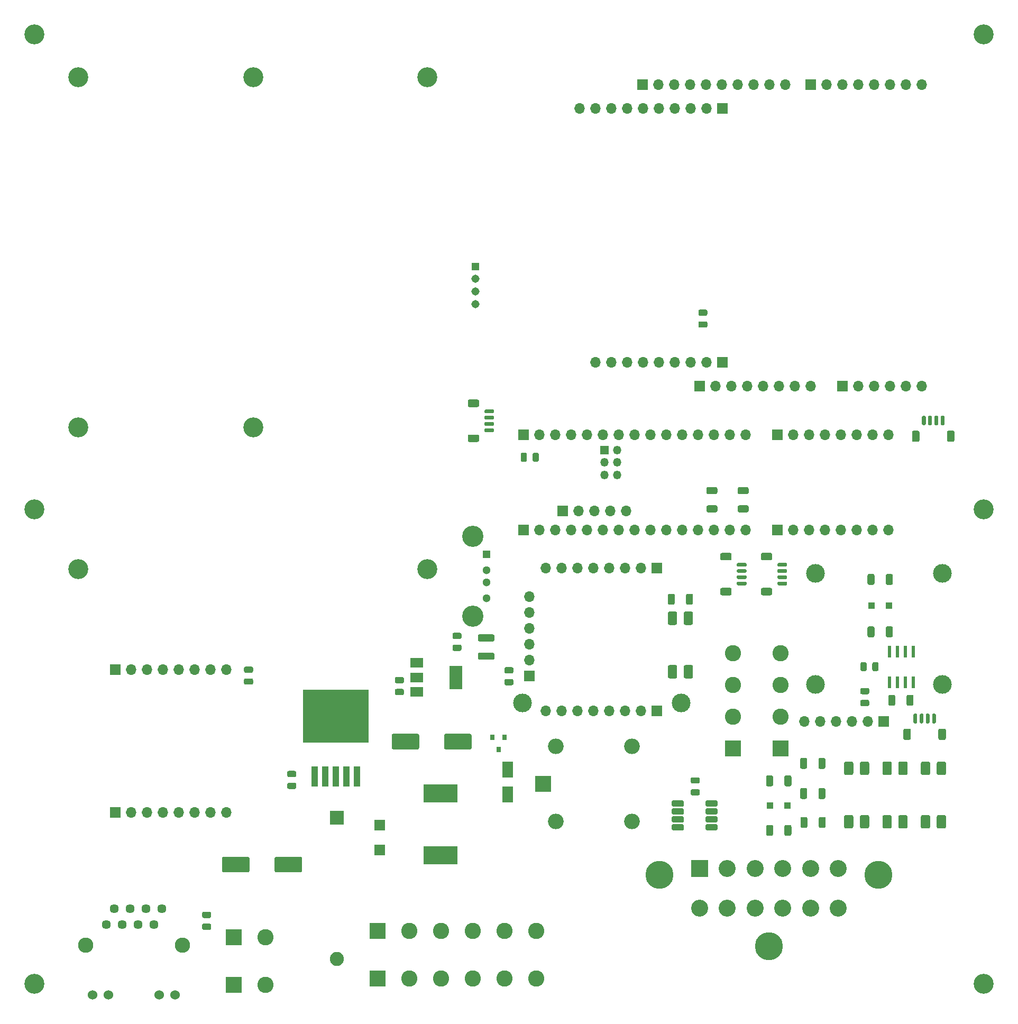
<source format=gbr>
%TF.GenerationSoftware,KiCad,Pcbnew,(5.1.12)-1*%
%TF.CreationDate,2022-02-22T16:25:41-06:00*%
%TF.ProjectId,AS13,41533133-2e6b-4696-9361-645f70636258,rev?*%
%TF.SameCoordinates,Original*%
%TF.FileFunction,Soldermask,Top*%
%TF.FilePolarity,Negative*%
%FSLAX46Y46*%
G04 Gerber Fmt 4.6, Leading zero omitted, Abs format (unit mm)*
G04 Created by KiCad (PCBNEW (5.1.12)-1) date 2022-02-22 16:25:41*
%MOMM*%
%LPD*%
G01*
G04 APERTURE LIST*
%ADD10O,2.500000X2.500000*%
%ADD11R,2.500000X2.500000*%
%ADD12C,2.600000*%
%ADD13R,2.600000X2.600000*%
%ADD14C,4.485000*%
%ADD15C,2.715000*%
%ADD16R,2.715000X2.715000*%
%ADD17R,2.250000X2.250000*%
%ADD18C,2.250000*%
%ADD19C,2.445000*%
%ADD20C,1.530000*%
%ADD21C,1.446000*%
%ADD22C,2.999999*%
%ADD23C,3.200000*%
%ADD24C,3.000000*%
%ADD25O,1.700000X1.700000*%
%ADD26R,1.700000X1.700000*%
%ADD27C,3.400000*%
%ADD28C,1.300000*%
%ADD29R,1.300000X1.300000*%
%ADD30R,1.100000X1.100000*%
%ADD31R,1.800000X1.800000*%
%ADD32R,0.530000X1.980000*%
%ADD33R,1.800000X2.500000*%
%ADD34R,2.000000X1.500000*%
%ADD35R,2.000000X3.800000*%
%ADD36R,10.530000X8.460000*%
%ADD37R,1.050000X3.210000*%
%ADD38R,5.400000X2.900000*%
%ADD39C,1.308000*%
%ADD40R,1.308000X1.308000*%
%ADD41R,0.800000X0.900000*%
%ADD42O,1.350000X1.350000*%
%ADD43R,1.350000X1.350000*%
G04 APERTURE END LIST*
D10*
%TO.C,K1*%
X107000800Y-137501200D03*
X119200800Y-137501200D03*
X119200800Y-149501200D03*
X107000800Y-149501200D03*
D11*
X105000800Y-143501200D03*
%TD*%
D12*
%TO.C,KF3*%
X135330000Y-122530000D03*
X142950000Y-122530000D03*
X135330000Y-127610000D03*
X142950000Y-127610000D03*
X135330000Y-132690000D03*
X142950000Y-132690000D03*
D13*
X135330000Y-137770000D03*
X142950000Y-137770000D03*
%TD*%
D14*
%TO.C,J6*%
X158655000Y-158020000D03*
X141115000Y-169450000D03*
X123575000Y-158020000D03*
D15*
X130000000Y-163350000D03*
X134445000Y-163350000D03*
X138890000Y-163350000D03*
X143340000Y-163350000D03*
X147785000Y-163350000D03*
X152230000Y-163350000D03*
X152230000Y-157000000D03*
X147785000Y-157000000D03*
X143340000Y-157000000D03*
X138890000Y-157000000D03*
X134445000Y-157000000D03*
D16*
X130000000Y-157000000D03*
%TD*%
%TO.C,R8*%
G36*
G01*
X143600000Y-151550001D02*
X143600000Y-150299999D01*
G75*
G02*
X143849999Y-150050000I249999J0D01*
G01*
X144475001Y-150050000D01*
G75*
G02*
X144725000Y-150299999I0J-249999D01*
G01*
X144725000Y-151550001D01*
G75*
G02*
X144475001Y-151800000I-249999J0D01*
G01*
X143849999Y-151800000D01*
G75*
G02*
X143600000Y-151550001I0J249999D01*
G01*
G37*
G36*
G01*
X140675000Y-151550001D02*
X140675000Y-150299999D01*
G75*
G02*
X140924999Y-150050000I249999J0D01*
G01*
X141550001Y-150050000D01*
G75*
G02*
X141800000Y-150299999I0J-249999D01*
G01*
X141800000Y-151550001D01*
G75*
G02*
X141550001Y-151800000I-249999J0D01*
G01*
X140924999Y-151800000D01*
G75*
G02*
X140675000Y-151550001I0J249999D01*
G01*
G37*
%TD*%
%TO.C,R6*%
G36*
G01*
X159832500Y-119769401D02*
X159832500Y-118519399D01*
G75*
G02*
X160082499Y-118269400I249999J0D01*
G01*
X160707501Y-118269400D01*
G75*
G02*
X160957500Y-118519399I0J-249999D01*
G01*
X160957500Y-119769401D01*
G75*
G02*
X160707501Y-120019400I-249999J0D01*
G01*
X160082499Y-120019400D01*
G75*
G02*
X159832500Y-119769401I0J249999D01*
G01*
G37*
G36*
G01*
X156907500Y-119769401D02*
X156907500Y-118519399D01*
G75*
G02*
X157157499Y-118269400I249999J0D01*
G01*
X157782501Y-118269400D01*
G75*
G02*
X158032500Y-118519399I0J-249999D01*
G01*
X158032500Y-119769401D01*
G75*
G02*
X157782501Y-120019400I-249999J0D01*
G01*
X157157499Y-120019400D01*
G75*
G02*
X156907500Y-119769401I0J249999D01*
G01*
G37*
%TD*%
%TO.C,R3*%
G36*
G01*
X149041600Y-140823401D02*
X149041600Y-139573399D01*
G75*
G02*
X149291599Y-139323400I249999J0D01*
G01*
X149916601Y-139323400D01*
G75*
G02*
X150166600Y-139573399I0J-249999D01*
G01*
X150166600Y-140823401D01*
G75*
G02*
X149916601Y-141073400I-249999J0D01*
G01*
X149291599Y-141073400D01*
G75*
G02*
X149041600Y-140823401I0J249999D01*
G01*
G37*
G36*
G01*
X146116600Y-140823401D02*
X146116600Y-139573399D01*
G75*
G02*
X146366599Y-139323400I249999J0D01*
G01*
X146991601Y-139323400D01*
G75*
G02*
X147241600Y-139573399I0J-249999D01*
G01*
X147241600Y-140823401D01*
G75*
G02*
X146991601Y-141073400I-249999J0D01*
G01*
X146366599Y-141073400D01*
G75*
G02*
X146116600Y-140823401I0J249999D01*
G01*
G37*
%TD*%
%TO.C,R2*%
G36*
G01*
X149041600Y-145649401D02*
X149041600Y-144399399D01*
G75*
G02*
X149291599Y-144149400I249999J0D01*
G01*
X149916601Y-144149400D01*
G75*
G02*
X150166600Y-144399399I0J-249999D01*
G01*
X150166600Y-145649401D01*
G75*
G02*
X149916601Y-145899400I-249999J0D01*
G01*
X149291599Y-145899400D01*
G75*
G02*
X149041600Y-145649401I0J249999D01*
G01*
G37*
G36*
G01*
X146116600Y-145649401D02*
X146116600Y-144399399D01*
G75*
G02*
X146366599Y-144149400I249999J0D01*
G01*
X146991601Y-144149400D01*
G75*
G02*
X147241600Y-144399399I0J-249999D01*
G01*
X147241600Y-145649401D01*
G75*
G02*
X146991601Y-145899400I-249999J0D01*
G01*
X146366599Y-145899400D01*
G75*
G02*
X146116600Y-145649401I0J249999D01*
G01*
G37*
%TD*%
%TO.C,R1*%
G36*
G01*
X149092400Y-150272201D02*
X149092400Y-149022199D01*
G75*
G02*
X149342399Y-148772200I249999J0D01*
G01*
X149967401Y-148772200D01*
G75*
G02*
X150217400Y-149022199I0J-249999D01*
G01*
X150217400Y-150272201D01*
G75*
G02*
X149967401Y-150522200I-249999J0D01*
G01*
X149342399Y-150522200D01*
G75*
G02*
X149092400Y-150272201I0J249999D01*
G01*
G37*
G36*
G01*
X146167400Y-150272201D02*
X146167400Y-149022199D01*
G75*
G02*
X146417399Y-148772200I249999J0D01*
G01*
X147042401Y-148772200D01*
G75*
G02*
X147292400Y-149022199I0J-249999D01*
G01*
X147292400Y-150272201D01*
G75*
G02*
X147042401Y-150522200I-249999J0D01*
G01*
X146417399Y-150522200D01*
G75*
G02*
X146167400Y-150272201I0J249999D01*
G01*
G37*
%TD*%
D17*
%TO.C,D4*%
X71925000Y-148875000D03*
D18*
X71925000Y-171475000D03*
%TD*%
%TO.C,R11*%
G36*
G01*
X131374998Y-98900000D02*
X132625002Y-98900000D01*
G75*
G02*
X132875000Y-99149998I0J-249998D01*
G01*
X132875000Y-99775002D01*
G75*
G02*
X132625002Y-100025000I-249998J0D01*
G01*
X131374998Y-100025000D01*
G75*
G02*
X131125000Y-99775002I0J249998D01*
G01*
X131125000Y-99149998D01*
G75*
G02*
X131374998Y-98900000I249998J0D01*
G01*
G37*
G36*
G01*
X131374998Y-95975000D02*
X132625002Y-95975000D01*
G75*
G02*
X132875000Y-96224998I0J-249998D01*
G01*
X132875000Y-96850002D01*
G75*
G02*
X132625002Y-97100000I-249998J0D01*
G01*
X131374998Y-97100000D01*
G75*
G02*
X131125000Y-96850002I0J249998D01*
G01*
X131125000Y-96224998D01*
G75*
G02*
X131374998Y-95975000I249998J0D01*
G01*
G37*
%TD*%
%TO.C,R10*%
G36*
G01*
X136374998Y-98900000D02*
X137625002Y-98900000D01*
G75*
G02*
X137875000Y-99149998I0J-249998D01*
G01*
X137875000Y-99775002D01*
G75*
G02*
X137625002Y-100025000I-249998J0D01*
G01*
X136374998Y-100025000D01*
G75*
G02*
X136125000Y-99775002I0J249998D01*
G01*
X136125000Y-99149998D01*
G75*
G02*
X136374998Y-98900000I249998J0D01*
G01*
G37*
G36*
G01*
X136374998Y-95975000D02*
X137625002Y-95975000D01*
G75*
G02*
X137875000Y-96224998I0J-249998D01*
G01*
X137875000Y-96850002D01*
G75*
G02*
X137625002Y-97100000I-249998J0D01*
G01*
X136374998Y-97100000D01*
G75*
G02*
X136125000Y-96850002I0J249998D01*
G01*
X136125000Y-96224998D01*
G75*
G02*
X136374998Y-95975000I249998J0D01*
G01*
G37*
%TD*%
%TO.C,R9*%
G36*
G01*
X141800000Y-142374998D02*
X141800000Y-143625002D01*
G75*
G02*
X141550002Y-143875000I-249998J0D01*
G01*
X140924998Y-143875000D01*
G75*
G02*
X140675000Y-143625002I0J249998D01*
G01*
X140675000Y-142374998D01*
G75*
G02*
X140924998Y-142125000I249998J0D01*
G01*
X141550002Y-142125000D01*
G75*
G02*
X141800000Y-142374998I0J-249998D01*
G01*
G37*
G36*
G01*
X144725000Y-142374998D02*
X144725000Y-143625002D01*
G75*
G02*
X144475002Y-143875000I-249998J0D01*
G01*
X143849998Y-143875000D01*
G75*
G02*
X143600000Y-143625002I0J249998D01*
G01*
X143600000Y-142374998D01*
G75*
G02*
X143849998Y-142125000I249998J0D01*
G01*
X144475002Y-142125000D01*
G75*
G02*
X144725000Y-142374998I0J-249998D01*
G01*
G37*
%TD*%
%TO.C,R7*%
G36*
G01*
X159832500Y-111375002D02*
X159832500Y-110124998D01*
G75*
G02*
X160082498Y-109875000I249998J0D01*
G01*
X160707502Y-109875000D01*
G75*
G02*
X160957500Y-110124998I0J-249998D01*
G01*
X160957500Y-111375002D01*
G75*
G02*
X160707502Y-111625000I-249998J0D01*
G01*
X160082498Y-111625000D01*
G75*
G02*
X159832500Y-111375002I0J249998D01*
G01*
G37*
G36*
G01*
X156907500Y-111375002D02*
X156907500Y-110124998D01*
G75*
G02*
X157157498Y-109875000I249998J0D01*
G01*
X157782502Y-109875000D01*
G75*
G02*
X158032500Y-110124998I0J-249998D01*
G01*
X158032500Y-111375002D01*
G75*
G02*
X157782502Y-111625000I-249998J0D01*
G01*
X157157498Y-111625000D01*
G75*
G02*
X156907500Y-111375002I0J249998D01*
G01*
G37*
%TD*%
%TO.C,C2*%
G36*
G01*
X50625000Y-165850000D02*
X51575000Y-165850000D01*
G75*
G02*
X51825000Y-166100000I0J-250000D01*
G01*
X51825000Y-166600000D01*
G75*
G02*
X51575000Y-166850000I-250000J0D01*
G01*
X50625000Y-166850000D01*
G75*
G02*
X50375000Y-166600000I0J250000D01*
G01*
X50375000Y-166100000D01*
G75*
G02*
X50625000Y-165850000I250000J0D01*
G01*
G37*
G36*
G01*
X50625000Y-163950000D02*
X51575000Y-163950000D01*
G75*
G02*
X51825000Y-164200000I0J-250000D01*
G01*
X51825000Y-164700000D01*
G75*
G02*
X51575000Y-164950000I-250000J0D01*
G01*
X50625000Y-164950000D01*
G75*
G02*
X50375000Y-164700000I0J250000D01*
G01*
X50375000Y-164200000D01*
G75*
G02*
X50625000Y-163950000I250000J0D01*
G01*
G37*
%TD*%
D19*
%TO.C,J4*%
X47190000Y-169300000D03*
X31700000Y-169300000D03*
D20*
X46070000Y-177250000D03*
X43530000Y-177250000D03*
X35360000Y-177250000D03*
X32820000Y-177250000D03*
D21*
X43890000Y-163460000D03*
X42620000Y-166000000D03*
X41350000Y-163460000D03*
X40080000Y-166000000D03*
X38810000Y-163460000D03*
X37540000Y-166000000D03*
X36270000Y-163460000D03*
X35000000Y-166000000D03*
%TD*%
%TO.C,J2*%
G36*
G01*
X163852500Y-134892899D02*
X163852500Y-136192901D01*
G75*
G02*
X163602501Y-136442900I-249999J0D01*
G01*
X162902499Y-136442900D01*
G75*
G02*
X162652500Y-136192901I0J249999D01*
G01*
X162652500Y-134892899D01*
G75*
G02*
X162902499Y-134642900I249999J0D01*
G01*
X163602501Y-134642900D01*
G75*
G02*
X163852500Y-134892899I0J-249999D01*
G01*
G37*
G36*
G01*
X169452500Y-134892899D02*
X169452500Y-136192901D01*
G75*
G02*
X169202501Y-136442900I-249999J0D01*
G01*
X168502499Y-136442900D01*
G75*
G02*
X168252500Y-136192901I0J249999D01*
G01*
X168252500Y-134892899D01*
G75*
G02*
X168502499Y-134642900I249999J0D01*
G01*
X169202501Y-134642900D01*
G75*
G02*
X169452500Y-134892899I0J-249999D01*
G01*
G37*
G36*
G01*
X164852500Y-132392900D02*
X164852500Y-133642900D01*
G75*
G02*
X164702500Y-133792900I-150000J0D01*
G01*
X164402500Y-133792900D01*
G75*
G02*
X164252500Y-133642900I0J150000D01*
G01*
X164252500Y-132392900D01*
G75*
G02*
X164402500Y-132242900I150000J0D01*
G01*
X164702500Y-132242900D01*
G75*
G02*
X164852500Y-132392900I0J-150000D01*
G01*
G37*
G36*
G01*
X165852500Y-132392900D02*
X165852500Y-133642900D01*
G75*
G02*
X165702500Y-133792900I-150000J0D01*
G01*
X165402500Y-133792900D01*
G75*
G02*
X165252500Y-133642900I0J150000D01*
G01*
X165252500Y-132392900D01*
G75*
G02*
X165402500Y-132242900I150000J0D01*
G01*
X165702500Y-132242900D01*
G75*
G02*
X165852500Y-132392900I0J-150000D01*
G01*
G37*
G36*
G01*
X166852500Y-132392900D02*
X166852500Y-133642900D01*
G75*
G02*
X166702500Y-133792900I-150000J0D01*
G01*
X166402500Y-133792900D01*
G75*
G02*
X166252500Y-133642900I0J150000D01*
G01*
X166252500Y-132392900D01*
G75*
G02*
X166402500Y-132242900I150000J0D01*
G01*
X166702500Y-132242900D01*
G75*
G02*
X166852500Y-132392900I0J-150000D01*
G01*
G37*
G36*
G01*
X167852500Y-132392900D02*
X167852500Y-133642900D01*
G75*
G02*
X167702500Y-133792900I-150000J0D01*
G01*
X167402500Y-133792900D01*
G75*
G02*
X167252500Y-133642900I0J150000D01*
G01*
X167252500Y-132392900D01*
G75*
G02*
X167402500Y-132242900I150000J0D01*
G01*
X167702500Y-132242900D01*
G75*
G02*
X167852500Y-132392900I0J-150000D01*
G01*
G37*
%TD*%
D22*
%TO.C,REF\u002A\u002A*%
X168859200Y-109819200D03*
X168859200Y-127599200D03*
X148539200Y-127599200D03*
X148539200Y-109819200D03*
%TD*%
D23*
%TO.C,  *%
X175500000Y-99500000D03*
%TD*%
%TO.C,  *%
X23500000Y-99500000D03*
%TD*%
%TO.C,  *%
X23500000Y-23500000D03*
%TD*%
%TO.C,  *%
X175500000Y-23500000D03*
%TD*%
%TO.C,  *%
X175500000Y-175500000D03*
%TD*%
%TO.C,  *%
X23500000Y-175500000D03*
%TD*%
%TO.C,REF\u002A\u002A*%
X58560000Y-30380000D03*
X58560000Y-86380000D03*
X30560000Y-86380000D03*
X30560000Y-30380000D03*
X86440000Y-30380000D03*
X86440000Y-109120000D03*
X30560000Y-109120000D03*
%TD*%
D24*
%TO.C,REF\u002A\u002A*%
X101660000Y-130560000D03*
X127060000Y-130560000D03*
%TD*%
D25*
%TO.C,J5*%
X146761200Y-133517400D03*
X149301200Y-133517400D03*
X151841200Y-133517400D03*
X154381200Y-133517400D03*
X156921200Y-133517400D03*
D26*
X159461200Y-133517400D03*
%TD*%
%TO.C,C5*%
G36*
G01*
X156939000Y-129130400D02*
X155989000Y-129130400D01*
G75*
G02*
X155739000Y-128880400I0J250000D01*
G01*
X155739000Y-128380400D01*
G75*
G02*
X155989000Y-128130400I250000J0D01*
G01*
X156939000Y-128130400D01*
G75*
G02*
X157189000Y-128380400I0J-250000D01*
G01*
X157189000Y-128880400D01*
G75*
G02*
X156939000Y-129130400I-250000J0D01*
G01*
G37*
G36*
G01*
X156939000Y-131030400D02*
X155989000Y-131030400D01*
G75*
G02*
X155739000Y-130780400I0J250000D01*
G01*
X155739000Y-130280400D01*
G75*
G02*
X155989000Y-130030400I250000J0D01*
G01*
X156939000Y-130030400D01*
G75*
G02*
X157189000Y-130280400I0J-250000D01*
G01*
X157189000Y-130780400D01*
G75*
G02*
X156939000Y-131030400I-250000J0D01*
G01*
G37*
%TD*%
D27*
%TO.C,J1*%
X93735800Y-116670800D03*
X93735800Y-103820800D03*
D28*
X95935800Y-113745800D03*
X95935800Y-111245800D03*
X95935800Y-109245800D03*
D29*
X95935800Y-106745800D03*
%TD*%
D25*
%TO.C,J12*%
X102750000Y-113550000D03*
X102750000Y-116090000D03*
X102750000Y-118630000D03*
X102750000Y-121170000D03*
X102750000Y-123710000D03*
D26*
X102750000Y-126250000D03*
%TD*%
D12*
%TO.C,KF1*%
X60482200Y-168034600D03*
X60482200Y-175654600D03*
D13*
X55402200Y-168034600D03*
X55402200Y-175654600D03*
%TD*%
D25*
%TO.C,J18*%
X160248600Y-87594200D03*
X157708600Y-87594200D03*
X155168600Y-87594200D03*
X152628600Y-87594200D03*
X150088600Y-87594200D03*
X147548600Y-87594200D03*
X145008600Y-87594200D03*
D26*
X142468600Y-87594200D03*
%TD*%
D25*
%TO.C,J3*%
X118287800Y-99783400D03*
X115747800Y-99783400D03*
X113207800Y-99783400D03*
X110667800Y-99783400D03*
D26*
X108127800Y-99783400D03*
%TD*%
D30*
%TO.C,D2*%
X144117500Y-146962500D03*
X141317500Y-146962500D03*
%TD*%
%TO.C,D1*%
X160350000Y-114947200D03*
X157550000Y-114947200D03*
%TD*%
D31*
%TO.C,D3*%
X78779000Y-150055200D03*
X78779000Y-154055200D03*
%TD*%
D32*
%TO.C,U1*%
X164235160Y-127227420D03*
X162965160Y-127227420D03*
X161695160Y-127227420D03*
X160425160Y-127227420D03*
X160425160Y-122297420D03*
X161695160Y-122297420D03*
X162965160Y-122297420D03*
X164235160Y-122297420D03*
%TD*%
%TO.C,C6*%
G36*
G01*
X82440800Y-127377800D02*
X81490800Y-127377800D01*
G75*
G02*
X81240800Y-127127800I0J250000D01*
G01*
X81240800Y-126627800D01*
G75*
G02*
X81490800Y-126377800I250000J0D01*
G01*
X82440800Y-126377800D01*
G75*
G02*
X82690800Y-126627800I0J-250000D01*
G01*
X82690800Y-127127800D01*
G75*
G02*
X82440800Y-127377800I-250000J0D01*
G01*
G37*
G36*
G01*
X82440800Y-129277800D02*
X81490800Y-129277800D01*
G75*
G02*
X81240800Y-129027800I0J250000D01*
G01*
X81240800Y-128527800D01*
G75*
G02*
X81490800Y-128277800I250000J0D01*
G01*
X82440800Y-128277800D01*
G75*
G02*
X82690800Y-128527800I0J-250000D01*
G01*
X82690800Y-129027800D01*
G75*
G02*
X82440800Y-129277800I-250000J0D01*
G01*
G37*
%TD*%
D33*
%TO.C,D5*%
X99260660Y-141184640D03*
X99260660Y-145184640D03*
%TD*%
D34*
%TO.C,IC1*%
X84708600Y-124130800D03*
X84708600Y-128730800D03*
X84708600Y-126430800D03*
D35*
X91008600Y-126430800D03*
%TD*%
D36*
%TO.C,IC2*%
X71800000Y-132625000D03*
D37*
X75200000Y-142255000D03*
X73500000Y-142255000D03*
X71800000Y-142255000D03*
X70100000Y-142255000D03*
X68400000Y-142255000D03*
%TD*%
%TO.C,C8*%
G36*
G01*
X65200000Y-142400000D02*
X64250000Y-142400000D01*
G75*
G02*
X64000000Y-142150000I0J250000D01*
G01*
X64000000Y-141650000D01*
G75*
G02*
X64250000Y-141400000I250000J0D01*
G01*
X65200000Y-141400000D01*
G75*
G02*
X65450000Y-141650000I0J-250000D01*
G01*
X65450000Y-142150000D01*
G75*
G02*
X65200000Y-142400000I-250000J0D01*
G01*
G37*
G36*
G01*
X65200000Y-144300000D02*
X64250000Y-144300000D01*
G75*
G02*
X64000000Y-144050000I0J250000D01*
G01*
X64000000Y-143550000D01*
G75*
G02*
X64250000Y-143300000I250000J0D01*
G01*
X65200000Y-143300000D01*
G75*
G02*
X65450000Y-143550000I0J-250000D01*
G01*
X65450000Y-144050000D01*
G75*
G02*
X65200000Y-144300000I-250000J0D01*
G01*
G37*
%TD*%
D38*
%TO.C,L1*%
X88544400Y-145026600D03*
X88544400Y-154926600D03*
%TD*%
%TO.C,C11*%
G36*
G01*
X85122000Y-135717800D02*
X85122000Y-137717800D01*
G75*
G02*
X84872000Y-137967800I-250000J0D01*
G01*
X80972000Y-137967800D01*
G75*
G02*
X80722000Y-137717800I0J250000D01*
G01*
X80722000Y-135717800D01*
G75*
G02*
X80972000Y-135467800I250000J0D01*
G01*
X84872000Y-135467800D01*
G75*
G02*
X85122000Y-135717800I0J-250000D01*
G01*
G37*
G36*
G01*
X93522000Y-135717800D02*
X93522000Y-137717800D01*
G75*
G02*
X93272000Y-137967800I-250000J0D01*
G01*
X89372000Y-137967800D01*
G75*
G02*
X89122000Y-137717800I0J250000D01*
G01*
X89122000Y-135717800D01*
G75*
G02*
X89372000Y-135467800I250000J0D01*
G01*
X93272000Y-135467800D01*
G75*
G02*
X93522000Y-135717800I0J-250000D01*
G01*
G37*
%TD*%
%TO.C,C9*%
G36*
G01*
X57969400Y-155402800D02*
X57969400Y-157402800D01*
G75*
G02*
X57719400Y-157652800I-250000J0D01*
G01*
X53819400Y-157652800D01*
G75*
G02*
X53569400Y-157402800I0J250000D01*
G01*
X53569400Y-155402800D01*
G75*
G02*
X53819400Y-155152800I250000J0D01*
G01*
X57719400Y-155152800D01*
G75*
G02*
X57969400Y-155402800I0J-250000D01*
G01*
G37*
G36*
G01*
X66369400Y-155402800D02*
X66369400Y-157402800D01*
G75*
G02*
X66119400Y-157652800I-250000J0D01*
G01*
X62219400Y-157652800D01*
G75*
G02*
X61969400Y-157402800I0J250000D01*
G01*
X61969400Y-155402800D01*
G75*
G02*
X62219400Y-155152800I250000J0D01*
G01*
X66119400Y-155152800D01*
G75*
G02*
X66369400Y-155402800I0J-250000D01*
G01*
G37*
%TD*%
%TO.C,R4*%
G36*
G01*
X127850000Y-114550002D02*
X127850000Y-113299998D01*
G75*
G02*
X128099998Y-113050000I249998J0D01*
G01*
X128725002Y-113050000D01*
G75*
G02*
X128975000Y-113299998I0J-249998D01*
G01*
X128975000Y-114550002D01*
G75*
G02*
X128725002Y-114800000I-249998J0D01*
G01*
X128099998Y-114800000D01*
G75*
G02*
X127850000Y-114550002I0J249998D01*
G01*
G37*
G36*
G01*
X124925000Y-114550002D02*
X124925000Y-113299998D01*
G75*
G02*
X125174998Y-113050000I249998J0D01*
G01*
X125800002Y-113050000D01*
G75*
G02*
X126050000Y-113299998I0J-249998D01*
G01*
X126050000Y-114550002D01*
G75*
G02*
X125800002Y-114800000I-249998J0D01*
G01*
X125174998Y-114800000D01*
G75*
G02*
X124925000Y-114550002I0J249998D01*
G01*
G37*
%TD*%
%TO.C,R5*%
G36*
G01*
X161355200Y-129473558D02*
X161355200Y-130723562D01*
G75*
G02*
X161105202Y-130973560I-249998J0D01*
G01*
X160480198Y-130973560D01*
G75*
G02*
X160230200Y-130723562I0J249998D01*
G01*
X160230200Y-129473558D01*
G75*
G02*
X160480198Y-129223560I249998J0D01*
G01*
X161105202Y-129223560D01*
G75*
G02*
X161355200Y-129473558I0J-249998D01*
G01*
G37*
G36*
G01*
X164280200Y-129473558D02*
X164280200Y-130723562D01*
G75*
G02*
X164030202Y-130973560I-249998J0D01*
G01*
X163405198Y-130973560D01*
G75*
G02*
X163155200Y-130723562I0J249998D01*
G01*
X163155200Y-129473558D01*
G75*
G02*
X163405198Y-129223560I249998J0D01*
G01*
X164030202Y-129223560D01*
G75*
G02*
X164280200Y-129473558I0J-249998D01*
G01*
G37*
%TD*%
%TO.C,U5*%
G36*
G01*
X127746400Y-124455000D02*
X128693600Y-124455000D01*
G75*
G02*
X128960000Y-124721400I0J-266400D01*
G01*
X128960000Y-126338600D01*
G75*
G02*
X128693600Y-126605000I-266400J0D01*
G01*
X127746400Y-126605000D01*
G75*
G02*
X127480000Y-126338600I0J266400D01*
G01*
X127480000Y-124721400D01*
G75*
G02*
X127746400Y-124455000I266400J0D01*
G01*
G37*
G36*
G01*
X125206400Y-124455000D02*
X126153600Y-124455000D01*
G75*
G02*
X126420000Y-124721400I0J-266400D01*
G01*
X126420000Y-126338600D01*
G75*
G02*
X126153600Y-126605000I-266400J0D01*
G01*
X125206400Y-126605000D01*
G75*
G02*
X124940000Y-126338600I0J266400D01*
G01*
X124940000Y-124721400D01*
G75*
G02*
X125206400Y-124455000I266400J0D01*
G01*
G37*
G36*
G01*
X125206400Y-115895000D02*
X126153600Y-115895000D01*
G75*
G02*
X126420000Y-116161400I0J-266400D01*
G01*
X126420000Y-117778600D01*
G75*
G02*
X126153600Y-118045000I-266400J0D01*
G01*
X125206400Y-118045000D01*
G75*
G02*
X124940000Y-117778600I0J266400D01*
G01*
X124940000Y-116161400D01*
G75*
G02*
X125206400Y-115895000I266400J0D01*
G01*
G37*
G36*
G01*
X127746400Y-115895000D02*
X128693600Y-115895000D01*
G75*
G02*
X128960000Y-116161400I0J-266400D01*
G01*
X128960000Y-117778600D01*
G75*
G02*
X128693600Y-118045000I-266400J0D01*
G01*
X127746400Y-118045000D01*
G75*
G02*
X127480000Y-117778600I0J266400D01*
G01*
X127480000Y-116161400D01*
G75*
G02*
X127746400Y-115895000I266400J0D01*
G01*
G37*
%TD*%
%TO.C,R12*%
G36*
G01*
X96934603Y-120679400D02*
X94784597Y-120679400D01*
G75*
G02*
X94534600Y-120429403I0J249997D01*
G01*
X94534600Y-119804397D01*
G75*
G02*
X94784597Y-119554400I249997J0D01*
G01*
X96934603Y-119554400D01*
G75*
G02*
X97184600Y-119804397I0J-249997D01*
G01*
X97184600Y-120429403D01*
G75*
G02*
X96934603Y-120679400I-249997J0D01*
G01*
G37*
G36*
G01*
X96934603Y-123604400D02*
X94784597Y-123604400D01*
G75*
G02*
X94534600Y-123354403I0J249997D01*
G01*
X94534600Y-122729397D01*
G75*
G02*
X94784597Y-122479400I249997J0D01*
G01*
X96934603Y-122479400D01*
G75*
G02*
X97184600Y-122729397I0J-249997D01*
G01*
X97184600Y-123354403D01*
G75*
G02*
X96934603Y-123604400I-249997J0D01*
G01*
G37*
%TD*%
%TO.C,C4*%
G36*
G01*
X129800000Y-143425000D02*
X128850000Y-143425000D01*
G75*
G02*
X128600000Y-143175000I0J250000D01*
G01*
X128600000Y-142675000D01*
G75*
G02*
X128850000Y-142425000I250000J0D01*
G01*
X129800000Y-142425000D01*
G75*
G02*
X130050000Y-142675000I0J-250000D01*
G01*
X130050000Y-143175000D01*
G75*
G02*
X129800000Y-143425000I-250000J0D01*
G01*
G37*
G36*
G01*
X129800000Y-145325000D02*
X128850000Y-145325000D01*
G75*
G02*
X128600000Y-145075000I0J250000D01*
G01*
X128600000Y-144575000D01*
G75*
G02*
X128850000Y-144325000I250000J0D01*
G01*
X129800000Y-144325000D01*
G75*
G02*
X130050000Y-144575000I0J-250000D01*
G01*
X130050000Y-145075000D01*
G75*
G02*
X129800000Y-145325000I-250000J0D01*
G01*
G37*
%TD*%
D25*
%TO.C,J9*%
X54295000Y-125179400D03*
X51755000Y-125179400D03*
X49215000Y-125179400D03*
X46675000Y-125179400D03*
X44135000Y-125179400D03*
X41595000Y-125179400D03*
X39055000Y-125179400D03*
D26*
X36515000Y-125179400D03*
%TD*%
D25*
%TO.C,J7*%
X54295000Y-148039400D03*
X51755000Y-148039400D03*
X49215000Y-148039400D03*
X46675000Y-148039400D03*
X44135000Y-148039400D03*
X41595000Y-148039400D03*
X39055000Y-148039400D03*
D26*
X36515000Y-148039400D03*
%TD*%
%TO.C,C3*%
G36*
G01*
X57335400Y-126601400D02*
X58285400Y-126601400D01*
G75*
G02*
X58535400Y-126851400I0J-250000D01*
G01*
X58535400Y-127351400D01*
G75*
G02*
X58285400Y-127601400I-250000J0D01*
G01*
X57335400Y-127601400D01*
G75*
G02*
X57085400Y-127351400I0J250000D01*
G01*
X57085400Y-126851400D01*
G75*
G02*
X57335400Y-126601400I250000J0D01*
G01*
G37*
G36*
G01*
X57335400Y-124701400D02*
X58285400Y-124701400D01*
G75*
G02*
X58535400Y-124951400I0J-250000D01*
G01*
X58535400Y-125451400D01*
G75*
G02*
X58285400Y-125701400I-250000J0D01*
G01*
X57335400Y-125701400D01*
G75*
G02*
X57085400Y-125451400I0J250000D01*
G01*
X57085400Y-124951400D01*
G75*
G02*
X57335400Y-124701400I250000J0D01*
G01*
G37*
%TD*%
%TO.C,U6*%
G36*
G01*
X130975000Y-150730000D02*
X130975000Y-150130000D01*
G75*
G02*
X131175000Y-149930000I200000J0D01*
G01*
X132725000Y-149930000D01*
G75*
G02*
X132925000Y-150130000I0J-200000D01*
G01*
X132925000Y-150730000D01*
G75*
G02*
X132725000Y-150930000I-200000J0D01*
G01*
X131175000Y-150930000D01*
G75*
G02*
X130975000Y-150730000I0J200000D01*
G01*
G37*
G36*
G01*
X130975000Y-149460000D02*
X130975000Y-148860000D01*
G75*
G02*
X131175000Y-148660000I200000J0D01*
G01*
X132725000Y-148660000D01*
G75*
G02*
X132925000Y-148860000I0J-200000D01*
G01*
X132925000Y-149460000D01*
G75*
G02*
X132725000Y-149660000I-200000J0D01*
G01*
X131175000Y-149660000D01*
G75*
G02*
X130975000Y-149460000I0J200000D01*
G01*
G37*
G36*
G01*
X130975000Y-146920000D02*
X130975000Y-146320000D01*
G75*
G02*
X131175000Y-146120000I200000J0D01*
G01*
X132725000Y-146120000D01*
G75*
G02*
X132925000Y-146320000I0J-200000D01*
G01*
X132925000Y-146920000D01*
G75*
G02*
X132725000Y-147120000I-200000J0D01*
G01*
X131175000Y-147120000D01*
G75*
G02*
X130975000Y-146920000I0J200000D01*
G01*
G37*
G36*
G01*
X127525000Y-150130000D02*
X127525000Y-150730000D01*
G75*
G02*
X127325000Y-150930000I-200000J0D01*
G01*
X125775000Y-150930000D01*
G75*
G02*
X125575000Y-150730000I0J200000D01*
G01*
X125575000Y-150130000D01*
G75*
G02*
X125775000Y-149930000I200000J0D01*
G01*
X127325000Y-149930000D01*
G75*
G02*
X127525000Y-150130000I0J-200000D01*
G01*
G37*
G36*
G01*
X125575000Y-149460000D02*
X125575000Y-148860000D01*
G75*
G02*
X125775000Y-148660000I200000J0D01*
G01*
X127325000Y-148660000D01*
G75*
G02*
X127525000Y-148860000I0J-200000D01*
G01*
X127525000Y-149460000D01*
G75*
G02*
X127325000Y-149660000I-200000J0D01*
G01*
X125775000Y-149660000D01*
G75*
G02*
X125575000Y-149460000I0J200000D01*
G01*
G37*
G36*
G01*
X125575000Y-146920000D02*
X125575000Y-146320000D01*
G75*
G02*
X125775000Y-146120000I200000J0D01*
G01*
X127325000Y-146120000D01*
G75*
G02*
X127525000Y-146320000I0J-200000D01*
G01*
X127525000Y-146920000D01*
G75*
G02*
X127325000Y-147120000I-200000J0D01*
G01*
X125775000Y-147120000D01*
G75*
G02*
X125575000Y-146920000I0J200000D01*
G01*
G37*
G36*
G01*
X130975000Y-148190000D02*
X130975000Y-147590000D01*
G75*
G02*
X131175000Y-147390000I200000J0D01*
G01*
X132725000Y-147390000D01*
G75*
G02*
X132925000Y-147590000I0J-200000D01*
G01*
X132925000Y-148190000D01*
G75*
G02*
X132725000Y-148390000I-200000J0D01*
G01*
X131175000Y-148390000D01*
G75*
G02*
X130975000Y-148190000I0J200000D01*
G01*
G37*
G36*
G01*
X125575000Y-148190000D02*
X125575000Y-147590000D01*
G75*
G02*
X125775000Y-147390000I200000J0D01*
G01*
X127325000Y-147390000D01*
G75*
G02*
X127525000Y-147590000I0J-200000D01*
G01*
X127525000Y-148190000D01*
G75*
G02*
X127325000Y-148390000I-200000J0D01*
G01*
X125775000Y-148390000D01*
G75*
G02*
X125575000Y-148190000I0J200000D01*
G01*
G37*
%TD*%
%TO.C,U3*%
G36*
G01*
X160515600Y-142063000D02*
X159568400Y-142063000D01*
G75*
G02*
X159302000Y-141796600I0J266400D01*
G01*
X159302000Y-140179400D01*
G75*
G02*
X159568400Y-139913000I266400J0D01*
G01*
X160515600Y-139913000D01*
G75*
G02*
X160782000Y-140179400I0J-266400D01*
G01*
X160782000Y-141796600D01*
G75*
G02*
X160515600Y-142063000I-266400J0D01*
G01*
G37*
G36*
G01*
X163055600Y-142063000D02*
X162108400Y-142063000D01*
G75*
G02*
X161842000Y-141796600I0J266400D01*
G01*
X161842000Y-140179400D01*
G75*
G02*
X162108400Y-139913000I266400J0D01*
G01*
X163055600Y-139913000D01*
G75*
G02*
X163322000Y-140179400I0J-266400D01*
G01*
X163322000Y-141796600D01*
G75*
G02*
X163055600Y-142063000I-266400J0D01*
G01*
G37*
G36*
G01*
X163055600Y-150623000D02*
X162108400Y-150623000D01*
G75*
G02*
X161842000Y-150356600I0J266400D01*
G01*
X161842000Y-148739400D01*
G75*
G02*
X162108400Y-148473000I266400J0D01*
G01*
X163055600Y-148473000D01*
G75*
G02*
X163322000Y-148739400I0J-266400D01*
G01*
X163322000Y-150356600D01*
G75*
G02*
X163055600Y-150623000I-266400J0D01*
G01*
G37*
G36*
G01*
X160515600Y-150623000D02*
X159568400Y-150623000D01*
G75*
G02*
X159302000Y-150356600I0J266400D01*
G01*
X159302000Y-148739400D01*
G75*
G02*
X159568400Y-148473000I266400J0D01*
G01*
X160515600Y-148473000D01*
G75*
G02*
X160782000Y-148739400I0J-266400D01*
G01*
X160782000Y-150356600D01*
G75*
G02*
X160515600Y-150623000I-266400J0D01*
G01*
G37*
%TD*%
%TO.C,U2*%
G36*
G01*
X154365600Y-142063000D02*
X153418400Y-142063000D01*
G75*
G02*
X153152000Y-141796600I0J266400D01*
G01*
X153152000Y-140179400D01*
G75*
G02*
X153418400Y-139913000I266400J0D01*
G01*
X154365600Y-139913000D01*
G75*
G02*
X154632000Y-140179400I0J-266400D01*
G01*
X154632000Y-141796600D01*
G75*
G02*
X154365600Y-142063000I-266400J0D01*
G01*
G37*
G36*
G01*
X156905600Y-142063000D02*
X155958400Y-142063000D01*
G75*
G02*
X155692000Y-141796600I0J266400D01*
G01*
X155692000Y-140179400D01*
G75*
G02*
X155958400Y-139913000I266400J0D01*
G01*
X156905600Y-139913000D01*
G75*
G02*
X157172000Y-140179400I0J-266400D01*
G01*
X157172000Y-141796600D01*
G75*
G02*
X156905600Y-142063000I-266400J0D01*
G01*
G37*
G36*
G01*
X156905600Y-150623000D02*
X155958400Y-150623000D01*
G75*
G02*
X155692000Y-150356600I0J266400D01*
G01*
X155692000Y-148739400D01*
G75*
G02*
X155958400Y-148473000I266400J0D01*
G01*
X156905600Y-148473000D01*
G75*
G02*
X157172000Y-148739400I0J-266400D01*
G01*
X157172000Y-150356600D01*
G75*
G02*
X156905600Y-150623000I-266400J0D01*
G01*
G37*
G36*
G01*
X154365600Y-150623000D02*
X153418400Y-150623000D01*
G75*
G02*
X153152000Y-150356600I0J266400D01*
G01*
X153152000Y-148739400D01*
G75*
G02*
X153418400Y-148473000I266400J0D01*
G01*
X154365600Y-148473000D01*
G75*
G02*
X154632000Y-148739400I0J-266400D01*
G01*
X154632000Y-150356600D01*
G75*
G02*
X154365600Y-150623000I-266400J0D01*
G01*
G37*
%TD*%
D12*
%TO.C,KF2*%
X103872600Y-167009600D03*
X103872600Y-174629600D03*
X98792600Y-167009600D03*
X98792600Y-174629600D03*
X93712600Y-167009600D03*
X93712600Y-174629600D03*
X88632600Y-167009600D03*
X88632600Y-174629600D03*
X83552600Y-167009600D03*
X83552600Y-174629600D03*
D13*
X78472600Y-167009600D03*
X78472600Y-174629600D03*
%TD*%
%TO.C,J19*%
G36*
G01*
X165230800Y-87189399D02*
X165230800Y-88489401D01*
G75*
G02*
X164980801Y-88739400I-249999J0D01*
G01*
X164280799Y-88739400D01*
G75*
G02*
X164030800Y-88489401I0J249999D01*
G01*
X164030800Y-87189399D01*
G75*
G02*
X164280799Y-86939400I249999J0D01*
G01*
X164980801Y-86939400D01*
G75*
G02*
X165230800Y-87189399I0J-249999D01*
G01*
G37*
G36*
G01*
X170830800Y-87189399D02*
X170830800Y-88489401D01*
G75*
G02*
X170580801Y-88739400I-249999J0D01*
G01*
X169880799Y-88739400D01*
G75*
G02*
X169630800Y-88489401I0J249999D01*
G01*
X169630800Y-87189399D01*
G75*
G02*
X169880799Y-86939400I249999J0D01*
G01*
X170580801Y-86939400D01*
G75*
G02*
X170830800Y-87189399I0J-249999D01*
G01*
G37*
G36*
G01*
X166230800Y-84689400D02*
X166230800Y-85939400D01*
G75*
G02*
X166080800Y-86089400I-150000J0D01*
G01*
X165780800Y-86089400D01*
G75*
G02*
X165630800Y-85939400I0J150000D01*
G01*
X165630800Y-84689400D01*
G75*
G02*
X165780800Y-84539400I150000J0D01*
G01*
X166080800Y-84539400D01*
G75*
G02*
X166230800Y-84689400I0J-150000D01*
G01*
G37*
G36*
G01*
X167230800Y-84689400D02*
X167230800Y-85939400D01*
G75*
G02*
X167080800Y-86089400I-150000J0D01*
G01*
X166780800Y-86089400D01*
G75*
G02*
X166630800Y-85939400I0J150000D01*
G01*
X166630800Y-84689400D01*
G75*
G02*
X166780800Y-84539400I150000J0D01*
G01*
X167080800Y-84539400D01*
G75*
G02*
X167230800Y-84689400I0J-150000D01*
G01*
G37*
G36*
G01*
X168230800Y-84689400D02*
X168230800Y-85939400D01*
G75*
G02*
X168080800Y-86089400I-150000J0D01*
G01*
X167780800Y-86089400D01*
G75*
G02*
X167630800Y-85939400I0J150000D01*
G01*
X167630800Y-84689400D01*
G75*
G02*
X167780800Y-84539400I150000J0D01*
G01*
X168080800Y-84539400D01*
G75*
G02*
X168230800Y-84689400I0J-150000D01*
G01*
G37*
G36*
G01*
X169230800Y-84689400D02*
X169230800Y-85939400D01*
G75*
G02*
X169080800Y-86089400I-150000J0D01*
G01*
X168780800Y-86089400D01*
G75*
G02*
X168630800Y-85939400I0J150000D01*
G01*
X168630800Y-84689400D01*
G75*
G02*
X168780800Y-84539400I150000J0D01*
G01*
X169080800Y-84539400D01*
G75*
G02*
X169230800Y-84689400I0J-150000D01*
G01*
G37*
%TD*%
%TO.C,C10*%
G36*
G01*
X99025000Y-126700000D02*
X99975000Y-126700000D01*
G75*
G02*
X100225000Y-126950000I0J-250000D01*
G01*
X100225000Y-127450000D01*
G75*
G02*
X99975000Y-127700000I-250000J0D01*
G01*
X99025000Y-127700000D01*
G75*
G02*
X98775000Y-127450000I0J250000D01*
G01*
X98775000Y-126950000D01*
G75*
G02*
X99025000Y-126700000I250000J0D01*
G01*
G37*
G36*
G01*
X99025000Y-124800000D02*
X99975000Y-124800000D01*
G75*
G02*
X100225000Y-125050000I0J-250000D01*
G01*
X100225000Y-125550000D01*
G75*
G02*
X99975000Y-125800000I-250000J0D01*
G01*
X99025000Y-125800000D01*
G75*
G02*
X98775000Y-125550000I0J250000D01*
G01*
X98775000Y-125050000D01*
G75*
G02*
X99025000Y-124800000I250000J0D01*
G01*
G37*
%TD*%
%TO.C,C1*%
G36*
G01*
X156771120Y-124242080D02*
X156771120Y-125192080D01*
G75*
G02*
X156521120Y-125442080I-250000J0D01*
G01*
X156021120Y-125442080D01*
G75*
G02*
X155771120Y-125192080I0J250000D01*
G01*
X155771120Y-124242080D01*
G75*
G02*
X156021120Y-123992080I250000J0D01*
G01*
X156521120Y-123992080D01*
G75*
G02*
X156771120Y-124242080I0J-250000D01*
G01*
G37*
G36*
G01*
X158671120Y-124242080D02*
X158671120Y-125192080D01*
G75*
G02*
X158421120Y-125442080I-250000J0D01*
G01*
X157921120Y-125442080D01*
G75*
G02*
X157671120Y-125192080I0J250000D01*
G01*
X157671120Y-124242080D01*
G75*
G02*
X157921120Y-123992080I250000J0D01*
G01*
X158421120Y-123992080D01*
G75*
G02*
X158671120Y-124242080I0J-250000D01*
G01*
G37*
%TD*%
D39*
%TO.C,J27*%
X94145100Y-66654700D03*
X94145100Y-64654700D03*
X94145100Y-62654700D03*
D40*
X94145100Y-60654700D03*
%TD*%
%TO.C,U4*%
G36*
G01*
X166665600Y-142063000D02*
X165718400Y-142063000D01*
G75*
G02*
X165452000Y-141796600I0J266400D01*
G01*
X165452000Y-140179400D01*
G75*
G02*
X165718400Y-139913000I266400J0D01*
G01*
X166665600Y-139913000D01*
G75*
G02*
X166932000Y-140179400I0J-266400D01*
G01*
X166932000Y-141796600D01*
G75*
G02*
X166665600Y-142063000I-266400J0D01*
G01*
G37*
G36*
G01*
X169205600Y-142063000D02*
X168258400Y-142063000D01*
G75*
G02*
X167992000Y-141796600I0J266400D01*
G01*
X167992000Y-140179400D01*
G75*
G02*
X168258400Y-139913000I266400J0D01*
G01*
X169205600Y-139913000D01*
G75*
G02*
X169472000Y-140179400I0J-266400D01*
G01*
X169472000Y-141796600D01*
G75*
G02*
X169205600Y-142063000I-266400J0D01*
G01*
G37*
G36*
G01*
X169205600Y-150623000D02*
X168258400Y-150623000D01*
G75*
G02*
X167992000Y-150356600I0J266400D01*
G01*
X167992000Y-148739400D01*
G75*
G02*
X168258400Y-148473000I266400J0D01*
G01*
X169205600Y-148473000D01*
G75*
G02*
X169472000Y-148739400I0J-266400D01*
G01*
X169472000Y-150356600D01*
G75*
G02*
X169205600Y-150623000I-266400J0D01*
G01*
G37*
G36*
G01*
X166665600Y-150623000D02*
X165718400Y-150623000D01*
G75*
G02*
X165452000Y-150356600I0J266400D01*
G01*
X165452000Y-148739400D01*
G75*
G02*
X165718400Y-148473000I266400J0D01*
G01*
X166665600Y-148473000D01*
G75*
G02*
X166932000Y-148739400I0J-266400D01*
G01*
X166932000Y-150356600D01*
G75*
G02*
X166665600Y-150623000I-266400J0D01*
G01*
G37*
%TD*%
D41*
%TO.C,Q1*%
X97825000Y-138000000D03*
X96875000Y-136000000D03*
X98775000Y-136000000D03*
%TD*%
D25*
%TO.C,J26*%
X165608000Y-31511000D03*
X163068000Y-31511000D03*
X160528000Y-31511000D03*
X157988000Y-31511000D03*
X155448000Y-31511000D03*
X152908000Y-31511000D03*
X150368000Y-31511000D03*
D26*
X147828000Y-31511000D03*
%TD*%
D25*
%TO.C,J25*%
X143768000Y-31511000D03*
X141228000Y-31511000D03*
X138688000Y-31511000D03*
X136148000Y-31511000D03*
X133608000Y-31511000D03*
X131068000Y-31511000D03*
X128528000Y-31511000D03*
X125988000Y-31511000D03*
X123448000Y-31511000D03*
D26*
X120908000Y-31511000D03*
%TD*%
D25*
%TO.C,J24*%
X110794800Y-35336400D03*
X113334800Y-35336400D03*
X115874800Y-35336400D03*
X118414800Y-35336400D03*
X120954800Y-35336400D03*
X123494800Y-35336400D03*
X126034800Y-35336400D03*
X128574800Y-35336400D03*
X131114800Y-35336400D03*
D26*
X133654800Y-35336400D03*
%TD*%
D25*
%TO.C,J23*%
X165608000Y-79771000D03*
X163068000Y-79771000D03*
X160528000Y-79771000D03*
X157988000Y-79771000D03*
X155448000Y-79771000D03*
D26*
X152908000Y-79771000D03*
%TD*%
D25*
%TO.C,J22*%
X147828000Y-79771000D03*
X145288000Y-79771000D03*
X142748000Y-79771000D03*
X140208000Y-79771000D03*
X137668000Y-79771000D03*
X135128000Y-79771000D03*
X132588000Y-79771000D03*
D26*
X130048000Y-79771000D03*
%TD*%
D25*
%TO.C,J21*%
X113334800Y-75986400D03*
X115874800Y-75986400D03*
X118414800Y-75986400D03*
X120954800Y-75986400D03*
X123494800Y-75986400D03*
X126034800Y-75986400D03*
X128574800Y-75986400D03*
X131114800Y-75986400D03*
D26*
X133654800Y-75986400D03*
%TD*%
%TO.C,J20*%
G36*
G01*
X94471401Y-83159000D02*
X93171399Y-83159000D01*
G75*
G02*
X92921400Y-82909001I0J249999D01*
G01*
X92921400Y-82208999D01*
G75*
G02*
X93171399Y-81959000I249999J0D01*
G01*
X94471401Y-81959000D01*
G75*
G02*
X94721400Y-82208999I0J-249999D01*
G01*
X94721400Y-82909001D01*
G75*
G02*
X94471401Y-83159000I-249999J0D01*
G01*
G37*
G36*
G01*
X94471401Y-88759000D02*
X93171399Y-88759000D01*
G75*
G02*
X92921400Y-88509001I0J249999D01*
G01*
X92921400Y-87808999D01*
G75*
G02*
X93171399Y-87559000I249999J0D01*
G01*
X94471401Y-87559000D01*
G75*
G02*
X94721400Y-87808999I0J-249999D01*
G01*
X94721400Y-88509001D01*
G75*
G02*
X94471401Y-88759000I-249999J0D01*
G01*
G37*
G36*
G01*
X96971400Y-84159000D02*
X95721400Y-84159000D01*
G75*
G02*
X95571400Y-84009000I0J150000D01*
G01*
X95571400Y-83709000D01*
G75*
G02*
X95721400Y-83559000I150000J0D01*
G01*
X96971400Y-83559000D01*
G75*
G02*
X97121400Y-83709000I0J-150000D01*
G01*
X97121400Y-84009000D01*
G75*
G02*
X96971400Y-84159000I-150000J0D01*
G01*
G37*
G36*
G01*
X96971400Y-85159000D02*
X95721400Y-85159000D01*
G75*
G02*
X95571400Y-85009000I0J150000D01*
G01*
X95571400Y-84709000D01*
G75*
G02*
X95721400Y-84559000I150000J0D01*
G01*
X96971400Y-84559000D01*
G75*
G02*
X97121400Y-84709000I0J-150000D01*
G01*
X97121400Y-85009000D01*
G75*
G02*
X96971400Y-85159000I-150000J0D01*
G01*
G37*
G36*
G01*
X96971400Y-86159000D02*
X95721400Y-86159000D01*
G75*
G02*
X95571400Y-86009000I0J150000D01*
G01*
X95571400Y-85709000D01*
G75*
G02*
X95721400Y-85559000I150000J0D01*
G01*
X96971400Y-85559000D01*
G75*
G02*
X97121400Y-85709000I0J-150000D01*
G01*
X97121400Y-86009000D01*
G75*
G02*
X96971400Y-86159000I-150000J0D01*
G01*
G37*
G36*
G01*
X96971400Y-87159000D02*
X95721400Y-87159000D01*
G75*
G02*
X95571400Y-87009000I0J150000D01*
G01*
X95571400Y-86709000D01*
G75*
G02*
X95721400Y-86559000I150000J0D01*
G01*
X96971400Y-86559000D01*
G75*
G02*
X97121400Y-86709000I0J-150000D01*
G01*
X97121400Y-87009000D01*
G75*
G02*
X96971400Y-87159000I-150000J0D01*
G01*
G37*
%TD*%
D25*
%TO.C,J17*%
X137388600Y-87594200D03*
X134848600Y-87594200D03*
X132308600Y-87594200D03*
X129768600Y-87594200D03*
X127228600Y-87594200D03*
X124688600Y-87594200D03*
X122148600Y-87594200D03*
X119608600Y-87594200D03*
X117068600Y-87594200D03*
X114528600Y-87594200D03*
X111988600Y-87594200D03*
X109448600Y-87594200D03*
X106908600Y-87594200D03*
X104368600Y-87594200D03*
D26*
X101828600Y-87594200D03*
%TD*%
D42*
%TO.C,J8*%
X116798600Y-94032600D03*
X114798600Y-94032600D03*
X116798600Y-92032600D03*
X114798600Y-92032600D03*
X116798600Y-90032600D03*
D43*
X114798600Y-90032600D03*
%TD*%
D25*
%TO.C,J14*%
X160248600Y-102834200D03*
X157708600Y-102834200D03*
X155168600Y-102834200D03*
X152628600Y-102834200D03*
X150088600Y-102834200D03*
X147548600Y-102834200D03*
X145008600Y-102834200D03*
D26*
X142468600Y-102834200D03*
%TD*%
D25*
%TO.C,J13*%
X137388600Y-102834200D03*
X134848600Y-102834200D03*
X132308600Y-102834200D03*
X129768600Y-102834200D03*
X127228600Y-102834200D03*
X124688600Y-102834200D03*
X122148600Y-102834200D03*
X119608600Y-102834200D03*
X117068600Y-102834200D03*
X114528600Y-102834200D03*
X111988600Y-102834200D03*
X109448600Y-102834200D03*
X106908600Y-102834200D03*
X104368600Y-102834200D03*
D26*
X101828600Y-102834200D03*
%TD*%
%TO.C,J11*%
G36*
G01*
X134891601Y-107705200D02*
X133591599Y-107705200D01*
G75*
G02*
X133341600Y-107455201I0J249999D01*
G01*
X133341600Y-106755199D01*
G75*
G02*
X133591599Y-106505200I249999J0D01*
G01*
X134891601Y-106505200D01*
G75*
G02*
X135141600Y-106755199I0J-249999D01*
G01*
X135141600Y-107455201D01*
G75*
G02*
X134891601Y-107705200I-249999J0D01*
G01*
G37*
G36*
G01*
X134891601Y-113305200D02*
X133591599Y-113305200D01*
G75*
G02*
X133341600Y-113055201I0J249999D01*
G01*
X133341600Y-112355199D01*
G75*
G02*
X133591599Y-112105200I249999J0D01*
G01*
X134891601Y-112105200D01*
G75*
G02*
X135141600Y-112355199I0J-249999D01*
G01*
X135141600Y-113055201D01*
G75*
G02*
X134891601Y-113305200I-249999J0D01*
G01*
G37*
G36*
G01*
X137391600Y-108705200D02*
X136141600Y-108705200D01*
G75*
G02*
X135991600Y-108555200I0J150000D01*
G01*
X135991600Y-108255200D01*
G75*
G02*
X136141600Y-108105200I150000J0D01*
G01*
X137391600Y-108105200D01*
G75*
G02*
X137541600Y-108255200I0J-150000D01*
G01*
X137541600Y-108555200D01*
G75*
G02*
X137391600Y-108705200I-150000J0D01*
G01*
G37*
G36*
G01*
X137391600Y-109705200D02*
X136141600Y-109705200D01*
G75*
G02*
X135991600Y-109555200I0J150000D01*
G01*
X135991600Y-109255200D01*
G75*
G02*
X136141600Y-109105200I150000J0D01*
G01*
X137391600Y-109105200D01*
G75*
G02*
X137541600Y-109255200I0J-150000D01*
G01*
X137541600Y-109555200D01*
G75*
G02*
X137391600Y-109705200I-150000J0D01*
G01*
G37*
G36*
G01*
X137391600Y-110705200D02*
X136141600Y-110705200D01*
G75*
G02*
X135991600Y-110555200I0J150000D01*
G01*
X135991600Y-110255200D01*
G75*
G02*
X136141600Y-110105200I150000J0D01*
G01*
X137391600Y-110105200D01*
G75*
G02*
X137541600Y-110255200I0J-150000D01*
G01*
X137541600Y-110555200D01*
G75*
G02*
X137391600Y-110705200I-150000J0D01*
G01*
G37*
G36*
G01*
X137391600Y-111705200D02*
X136141600Y-111705200D01*
G75*
G02*
X135991600Y-111555200I0J150000D01*
G01*
X135991600Y-111255200D01*
G75*
G02*
X136141600Y-111105200I150000J0D01*
G01*
X137391600Y-111105200D01*
G75*
G02*
X137541600Y-111255200I0J-150000D01*
G01*
X137541600Y-111555200D01*
G75*
G02*
X137391600Y-111705200I-150000J0D01*
G01*
G37*
%TD*%
%TO.C,J10*%
G36*
G01*
X141391601Y-107705200D02*
X140091599Y-107705200D01*
G75*
G02*
X139841600Y-107455201I0J249999D01*
G01*
X139841600Y-106755199D01*
G75*
G02*
X140091599Y-106505200I249999J0D01*
G01*
X141391601Y-106505200D01*
G75*
G02*
X141641600Y-106755199I0J-249999D01*
G01*
X141641600Y-107455201D01*
G75*
G02*
X141391601Y-107705200I-249999J0D01*
G01*
G37*
G36*
G01*
X141391601Y-113305200D02*
X140091599Y-113305200D01*
G75*
G02*
X139841600Y-113055201I0J249999D01*
G01*
X139841600Y-112355199D01*
G75*
G02*
X140091599Y-112105200I249999J0D01*
G01*
X141391601Y-112105200D01*
G75*
G02*
X141641600Y-112355199I0J-249999D01*
G01*
X141641600Y-113055201D01*
G75*
G02*
X141391601Y-113305200I-249999J0D01*
G01*
G37*
G36*
G01*
X143891600Y-108705200D02*
X142641600Y-108705200D01*
G75*
G02*
X142491600Y-108555200I0J150000D01*
G01*
X142491600Y-108255200D01*
G75*
G02*
X142641600Y-108105200I150000J0D01*
G01*
X143891600Y-108105200D01*
G75*
G02*
X144041600Y-108255200I0J-150000D01*
G01*
X144041600Y-108555200D01*
G75*
G02*
X143891600Y-108705200I-150000J0D01*
G01*
G37*
G36*
G01*
X143891600Y-109705200D02*
X142641600Y-109705200D01*
G75*
G02*
X142491600Y-109555200I0J150000D01*
G01*
X142491600Y-109255200D01*
G75*
G02*
X142641600Y-109105200I150000J0D01*
G01*
X143891600Y-109105200D01*
G75*
G02*
X144041600Y-109255200I0J-150000D01*
G01*
X144041600Y-109555200D01*
G75*
G02*
X143891600Y-109705200I-150000J0D01*
G01*
G37*
G36*
G01*
X143891600Y-110705200D02*
X142641600Y-110705200D01*
G75*
G02*
X142491600Y-110555200I0J150000D01*
G01*
X142491600Y-110255200D01*
G75*
G02*
X142641600Y-110105200I150000J0D01*
G01*
X143891600Y-110105200D01*
G75*
G02*
X144041600Y-110255200I0J-150000D01*
G01*
X144041600Y-110555200D01*
G75*
G02*
X143891600Y-110705200I-150000J0D01*
G01*
G37*
G36*
G01*
X143891600Y-111705200D02*
X142641600Y-111705200D01*
G75*
G02*
X142491600Y-111555200I0J150000D01*
G01*
X142491600Y-111255200D01*
G75*
G02*
X142641600Y-111105200I150000J0D01*
G01*
X143891600Y-111105200D01*
G75*
G02*
X144041600Y-111255200I0J-150000D01*
G01*
X144041600Y-111555200D01*
G75*
G02*
X143891600Y-111705200I-150000J0D01*
G01*
G37*
%TD*%
D25*
%TO.C,J16*%
X105394760Y-131790200D03*
X107934760Y-131790200D03*
X110474760Y-131790200D03*
X113014760Y-131790200D03*
X115554760Y-131790200D03*
X118094760Y-131790200D03*
X120634760Y-131790200D03*
D26*
X123174760Y-131790200D03*
%TD*%
D25*
%TO.C,J15*%
X105394760Y-108930200D03*
X107934760Y-108930200D03*
X110474760Y-108930200D03*
X113014760Y-108930200D03*
X115554760Y-108930200D03*
X118094760Y-108930200D03*
X120634760Y-108930200D03*
D26*
X123174760Y-108930200D03*
%TD*%
%TO.C,C13*%
G36*
G01*
X131023380Y-68548860D02*
X130073380Y-68548860D01*
G75*
G02*
X129823380Y-68298860I0J250000D01*
G01*
X129823380Y-67798860D01*
G75*
G02*
X130073380Y-67548860I250000J0D01*
G01*
X131023380Y-67548860D01*
G75*
G02*
X131273380Y-67798860I0J-250000D01*
G01*
X131273380Y-68298860D01*
G75*
G02*
X131023380Y-68548860I-250000J0D01*
G01*
G37*
G36*
G01*
X131023380Y-70448860D02*
X130073380Y-70448860D01*
G75*
G02*
X129823380Y-70198860I0J250000D01*
G01*
X129823380Y-69698860D01*
G75*
G02*
X130073380Y-69448860I250000J0D01*
G01*
X131023380Y-69448860D01*
G75*
G02*
X131273380Y-69698860I0J-250000D01*
G01*
X131273380Y-70198860D01*
G75*
G02*
X131023380Y-70448860I-250000J0D01*
G01*
G37*
%TD*%
%TO.C,C12*%
G36*
G01*
X103279360Y-91676000D02*
X103279360Y-90726000D01*
G75*
G02*
X103529360Y-90476000I250000J0D01*
G01*
X104029360Y-90476000D01*
G75*
G02*
X104279360Y-90726000I0J-250000D01*
G01*
X104279360Y-91676000D01*
G75*
G02*
X104029360Y-91926000I-250000J0D01*
G01*
X103529360Y-91926000D01*
G75*
G02*
X103279360Y-91676000I0J250000D01*
G01*
G37*
G36*
G01*
X101379360Y-91676000D02*
X101379360Y-90726000D01*
G75*
G02*
X101629360Y-90476000I250000J0D01*
G01*
X102129360Y-90476000D01*
G75*
G02*
X102379360Y-90726000I0J-250000D01*
G01*
X102379360Y-91676000D01*
G75*
G02*
X102129360Y-91926000I-250000J0D01*
G01*
X101629360Y-91926000D01*
G75*
G02*
X101379360Y-91676000I0J250000D01*
G01*
G37*
%TD*%
%TO.C,C7*%
G36*
G01*
X91661000Y-120291200D02*
X90711000Y-120291200D01*
G75*
G02*
X90461000Y-120041200I0J250000D01*
G01*
X90461000Y-119541200D01*
G75*
G02*
X90711000Y-119291200I250000J0D01*
G01*
X91661000Y-119291200D01*
G75*
G02*
X91911000Y-119541200I0J-250000D01*
G01*
X91911000Y-120041200D01*
G75*
G02*
X91661000Y-120291200I-250000J0D01*
G01*
G37*
G36*
G01*
X91661000Y-122191200D02*
X90711000Y-122191200D01*
G75*
G02*
X90461000Y-121941200I0J250000D01*
G01*
X90461000Y-121441200D01*
G75*
G02*
X90711000Y-121191200I250000J0D01*
G01*
X91661000Y-121191200D01*
G75*
G02*
X91911000Y-121441200I0J-250000D01*
G01*
X91911000Y-121941200D01*
G75*
G02*
X91661000Y-122191200I-250000J0D01*
G01*
G37*
%TD*%
M02*

</source>
